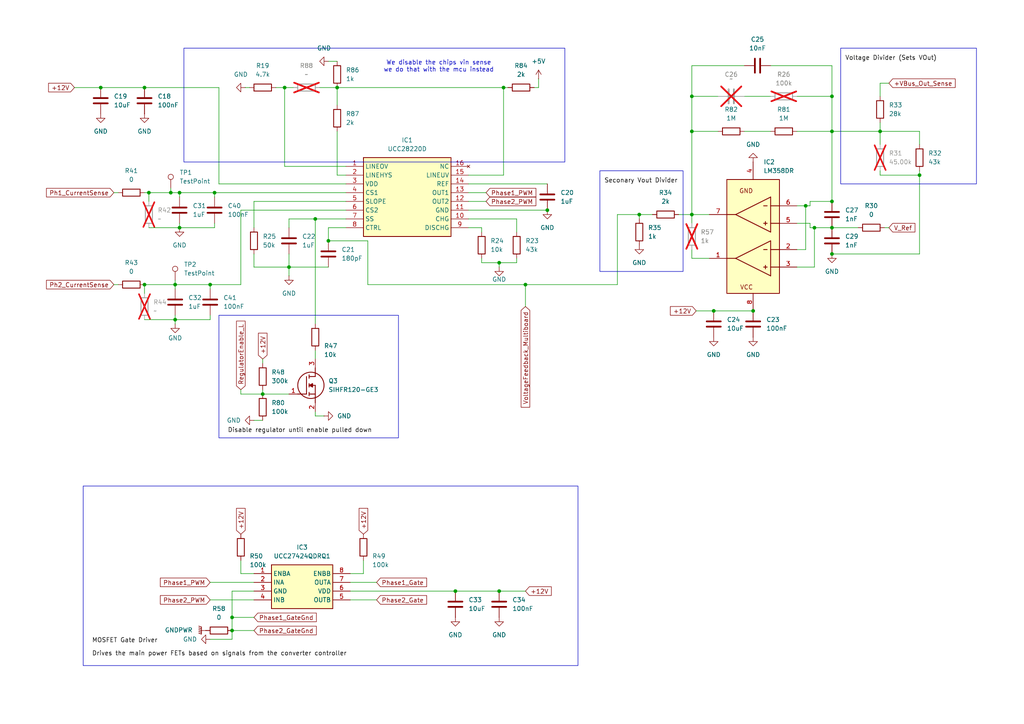
<source format=kicad_sch>
(kicad_sch (version 20250114) (generator "eeschema") (generator_version "9.0")
  (paper "A4")
  (title_block (title "5kw Modular Traction Inverter Boost Converter") (date "2025-02-02") (rev "1") (company "Rail Vehicle Traction Inverter") (comment 1 "UCSC") (comment 2 "Boost Converter Control and Gate Driver"))
  (lib_symbols
    (symbol "Connector:TestPoint" (pin_numbers (hide yes)) (pin_names (offset 0.762) (hide yes))
      (property "Reference" "TP" (at 0 6.858 0))
      (property "Value" "TestPoint" (at 0 5.08 0))
      (symbol "TestPoint_0_1"
        (circle (center 0 3.302) (radius 0.762))
      )
      (symbol "TestPoint_1_1"
        (pin passive line (at 0 0 90) (length 2.54) (name "1") (number "1"))
      )
    )
    (symbol "Device:C" (pin_numbers (hide yes)) (pin_names (offset 0.254))
      (property "Reference" "C" (at 0.635 2.54 0))
      (property "Value" "C" (at 0.635 -2.54 0))
      (symbol "C_0_1"
        (polyline (pts (xy -2.032 0.762) (xy 2.032 0.762)) (stroke (width 0.508)))
        (polyline (pts (xy -2.032 -0.762) (xy 2.032 -0.762)) (stroke (width 0.508)))
      )
      (symbol "C_1_1"
        (pin passive line (at 0 3.81 270) (length 2.794) (name "~") (number "1"))
        (pin passive line (at 0 -3.81 90) (length 2.794) (name "~") (number "2"))
      )
    )
    (symbol "Device:R" (pin_numbers (hide yes)) (pin_names (offset 0))
      (property "Reference" "R" (at 2.032 0 90))
      (property "Value" "R" (at 0 0 90))
      (symbol "R_0_1"
        (rectangle (start -1.016 -2.54) (end 1.016 2.54) (stroke (width 0.254)))
      )
      (symbol "R_1_1"
        (pin passive line (at 0 3.81 270) (length 1.27) (name "~") (number "1"))
        (pin passive line (at 0 -3.81 90) (length 1.27) (name "~") (number "2"))
      )
    )
    (symbol "InverterCom:LM358DR" (pin_names (hide yes))
      (property "Reference" "IC" (at 22.86 17.78 0))
      (property "Value" "LM358DR" (at 22.86 15.24 0))
      (symbol "LM358DR_1_1"
        (rectangle (start 5.08 7.62) (end 20.32 -25.4) (stroke (width 0.254)) (fill (type background)))
        (polyline (pts (xy 5.08 0) (xy 7.62 0)) (stroke (width 0.254)))
        (polyline (pts (xy 5.08 -5.08) (xy 7.62 -5.08)) (stroke (width 0.254)))
        (polyline (pts (xy 5.08 -12.7) (xy 7.62 -12.7)) (stroke (width 0.254)))
        (polyline (pts (xy 5.08 -17.78) (xy 7.62 -17.78)) (stroke (width 0.254)))
        (polyline (pts (xy 7.62 -7.62) (xy 7.62 2.54)) (stroke (width 0.254)))
        (polyline (pts (xy 7.62 -10.16) (xy 7.62 -20.32)) (stroke (width 0.254)))
        (polyline (pts (xy 8.636 0) (xy 9.652 0)) (stroke (width 0.254)))
        (polyline (pts (xy 8.636 -5.08) (xy 9.652 -5.08)) (stroke (width 0.254)))
        (polyline (pts (xy 8.636 -12.7) (xy 9.652 -12.7)) (stroke (width 0.254)))
        (polyline (pts (xy 8.636 -17.78) (xy 9.652 -17.78)) (stroke (width 0.254)))
        (polyline (pts (xy 9.144 -0.508) (xy 9.144 0.508)) (stroke (width 0.254)))
        (polyline (pts (xy 9.144 -12.192) (xy 9.144 -13.208)) (stroke (width 0.254)))
        (polyline (pts (xy 17.78 -2.54) (xy 7.62 2.54)) (stroke (width 0.254)))
        (polyline (pts (xy 17.78 -2.54) (xy 7.62 -7.62)) (stroke (width 0.254)))
        (polyline (pts (xy 17.78 -2.54) (xy 20.32 -2.54)) (stroke (width 0.254)))
        (polyline (pts (xy 17.78 -15.24) (xy 7.62 -10.16)) (stroke (width 0.254)))
        (polyline (pts (xy 17.78 -15.24) (xy 7.62 -20.32)) (stroke (width 0.254)))
        (polyline (pts (xy 17.78 -15.24) (xy 20.32 -15.24)) (stroke (width 0.254)))
        (text "VCC" (at 12.7 5.08 0) (effects (font (size 1.27 1.27)) (justify left top)))
        (text "GND" (at 12.7 -22.86 0) (effects (font (size 1.27 1.27)) (justify left top)))
        (pin passive line (at 0 0 0) (length 5.08) (name "IN1+") (number "3"))
        (pin passive line (at 0 -5.08 0) (length 5.08) (name "IN1-") (number "2"))
        (pin passive line (at 0 -12.7 0) (length 5.08) (name "IN2+") (number "5"))
        (pin passive line (at 0 -17.78 0) (length 5.08) (name "IN2-") (number "6"))
        (pin passive line (at 12.7 12.7 270) (length 5.08) (name "V+") (number "8"))
        (pin passive line (at 12.7 -30.48 90) (length 5.08) (name "V-") (number "4"))
        (pin passive line (at 25.4 -2.54 180) (length 5.08) (name "OUT1") (number "1"))
        (pin passive line (at 25.4 -15.24 180) (length 5.08) (name "OUT2") (number "7"))
      )
    )
    (symbol "InverterCom:SIHFR120-GE3" (pin_names (hide yes))
      (property "Reference" "Q" (at 11.43 3.81 0))
      (property "Value" "SIHFR120-GE3" (at 11.43 1.27 0))
      (symbol "SIHFR120-GE3_1_1"
        (polyline (pts (xy 2.54 0) (xy 5.08 0)) (stroke (width 0.254)))
        (polyline (pts (xy 5.08 5.08) (xy 5.08 0)) (stroke (width 0.254)))
        (polyline (pts (xy 5.842 5.588) (xy 5.842 4.572)) (stroke (width 0.254)))
        (polyline (pts (xy 5.842 2.54) (xy 6.858 3.048) (xy 6.858 2.032) (xy 5.842 2.54)) (stroke (width 0.254)) (fill (type outline)))
        (polyline (pts (xy 5.842 2.032) (xy 5.842 3.048)) (stroke (width 0.254)))
        (polyline (pts (xy 5.842 0) (xy 7.62 0)) (stroke (width 0.254)))
        (polyline (pts (xy 5.842 -0.508) (xy 5.842 0.508)) (stroke (width 0.254)))
        (circle (center 6.35 2.54) (radius 3.81) (stroke (width 0.254)))
        (polyline (pts (xy 7.62 5.08) (xy 5.842 5.08)) (stroke (width 0.254)))
        (polyline (pts (xy 7.62 5.08) (xy 7.62 7.62)) (stroke (width 0.254)))
        (polyline (pts (xy 7.62 2.54) (xy 5.842 2.54)) (stroke (width 0.254)))
        (polyline (pts (xy 7.62 2.54) (xy 7.62 -2.54)) (stroke (width 0.254)))
        (pin passive line (at 0 0 0) (length 2.54) (name "G") (number "1"))
        (pin passive line (at 7.62 10.16 270) (length 2.54) (name "D") (number "3"))
        (pin passive line (at 7.62 -5.08 90) (length 2.54) (name "S") (number "2"))
      )
    )
    (symbol "InverterCom:UCC27424QDRQ1"
      (property "Reference" "IC" (at 24.13 7.62 0))
      (property "Value" "UCC27424QDRQ1" (at 24.13 5.08 0))
      (symbol "UCC27424QDRQ1_1_1"
        (rectangle (start 5.08 2.54) (end 22.86 -10.16) (stroke (width 0.254)) (fill (type background)))
        (pin passive line (at 0 0 0) (length 5.08) (name "ENBA") (number "1"))
        (pin passive line (at 0 -2.54 0) (length 5.08) (name "INA") (number "2"))
        (pin passive line (at 0 -5.08 0) (length 5.08) (name "GND") (number "3"))
        (pin passive line (at 0 -7.62 0) (length 5.08) (name "INB") (number "4"))
        (pin passive line (at 27.94 0 180) (length 5.08) (name "ENBB") (number "8"))
        (pin passive line (at 27.94 -2.54 180) (length 5.08) (name "OUTA") (number "7"))
        (pin passive line (at 27.94 -5.08 180) (length 5.08) (name "VDD") (number "6"))
        (pin passive line (at 27.94 -7.62 180) (length 5.08) (name "OUTB") (number "5"))
      )
    )
    (symbol "InverterCom:UCC28220D"
      (property "Reference" "IC" (at 31.75 7.62 0))
      (property "Value" "UCC28220D" (at 31.75 5.08 0))
      (symbol "UCC28220D_1_1"
        (rectangle (start 5.08 2.54) (end 30.48 -20.32) (stroke (width 0.254)) (fill (type background)))
        (pin passive line (at 0 0 0) (length 5.08) (name "LINEOV") (number "1"))
        (pin passive line (at 0 -2.54 0) (length 5.08) (name "LINEHYS") (number "2"))
        (pin passive line (at 0 -5.08 0) (length 5.08) (name "VDD") (number "3"))
        (pin passive line (at 0 -7.62 0) (length 5.08) (name "CS1") (number "4"))
        (pin passive line (at 0 -10.16 0) (length 5.08) (name "SLOPE") (number "5"))
        (pin passive line (at 0 -12.7 0) (length 5.08) (name "CS2") (number "6"))
        (pin passive line (at 0 -15.24 0) (length 5.08) (name "SS") (number "7"))
        (pin passive line (at 0 -17.78 0) (length 5.08) (name "CTRL") (number "8"))
        (pin no_connect line (at 35.56 0 180) (length 5.08) (name "NC") (number "16"))
        (pin passive line (at 35.56 -2.54 180) (length 5.08) (name "LINEUV") (number "15"))
        (pin passive line (at 35.56 -5.08 180) (length 5.08) (name "REF") (number "14"))
        (pin passive line (at 35.56 -7.62 180) (length 5.08) (name "OUT1") (number "13"))
        (pin passive line (at 35.56 -10.16 180) (length 5.08) (name "OUT2") (number "12"))
        (pin passive line (at 35.56 -12.7 180) (length 5.08) (name "GND") (number "11"))
        (pin passive line (at 35.56 -15.24 180) (length 5.08) (name "CHG") (number "10"))
        (pin passive line (at 35.56 -17.78 180) (length 5.08) (name "DISCHG") (number "9"))
      )
    )
    (symbol "power:+5V" (power) (pin_numbers (hide yes)) (pin_names (offset 0) (hide yes))
      (property "Value" "+5V" (at 0 3.556 0))
      (symbol "+5V_0_1"
        (polyline (pts (xy -0.762 1.27) (xy 0 2.54)))
        (polyline (pts (xy 0 2.54) (xy 0.762 1.27)))
        (polyline (pts (xy 0 0) (xy 0 2.54)))
      )
      (symbol "+5V_1_1"
        (pin power_in line (at 0 0 90) (length 0) (name "~") (number "1"))
      )
    )
    (symbol "power:GND" (power) (pin_numbers (hide yes)) (pin_names (offset 0) (hide yes))
      (property "Value" "GND" (at 0 -3.81 0))
      (symbol "GND_0_1"
        (polyline (pts (xy 0 0) (xy 0 -1.27) (xy 1.27 -1.27) (xy 0 -2.54) (xy -1.27 -1.27) (xy 0 -1.27)))
      )
      (symbol "GND_1_1"
        (pin power_in line (at 0 0 270) (length 0) (name "~") (number "1"))
      )
    )
    (symbol "power:GNDPWR" (power) (pin_numbers (hide yes)) (pin_names (offset 0) (hide yes))
      (property "Value" "GNDPWR" (at 0 -3.302 0))
      (symbol "GNDPWR_0_1"
        (polyline (pts (xy -1.016 -1.27) (xy -1.27 -2.032) (xy -1.27 -2.032)) (stroke (width 0.2032)))
        (polyline (pts (xy -0.508 -1.27) (xy -0.762 -2.032) (xy -0.762 -2.032)) (stroke (width 0.2032)))
        (polyline (pts (xy 0 -1.27) (xy 0 0)))
        (polyline (pts (xy 0 -1.27) (xy -0.254 -2.032) (xy -0.254 -2.032)) (stroke (width 0.2032)))
        (polyline (pts (xy 0.508 -1.27) (xy 0.254 -2.032) (xy 0.254 -2.032)) (stroke (width 0.2032)))
        (polyline (pts (xy 1.016 -1.27) (xy -1.016 -1.27) (xy -1.016 -1.27)) (stroke (width 0.2032)))
        (polyline (pts (xy 1.016 -1.27) (xy 0.762 -2.032) (xy 0.762 -2.032) (xy 0.762 -2.032)) (stroke (width 0.2032)))
      )
      (symbol "GNDPWR_1_1"
        (pin power_in line (at 0 0 270) (length 0) (name "~") (number "1"))
      )
    )
  )
  (rectangle (start 53.34 13.97) (end 163.83 46.99))
  (rectangle (start 173.99 49.53) (end 198.12 78.74))
  (rectangle (start 243.84 13.97) (end 283.21 53.34))
  (rectangle (start 24.13 140.97) (end 167.64 193.04))
  (rectangle (start 63.5 91.44) (end 115.57 127))
  (text "We disable the chips vin sense\nwe do that with the mcu instead" (at 127.254 19.304 0) (effects (font (size 1.27 1.27))))
  (junction (at 185.42 62.23))
  (junction (at 29.21 25.4))
  (junction (at 82.55 25.4))
  (junction (at 41.91 25.4))
  (junction (at 266.7 50.8))
  (junction (at 152.4 82.55))
  (junction (at 132.08 171.45))
  (junction (at 236.22 66.04))
  (junction (at 52.07 66.04))
  (junction (at 50.8 82.55))
  (junction (at 67.31 179.07))
  (junction (at 41.91 82.55))
  (junction (at 83.82 77.47))
  (junction (at 241.3 73.66))
  (junction (at 50.8 92.71))
  (junction (at 218.44 90.17))
  (junction (at 49.53 55.88))
  (junction (at 144.78 76.2))
  (junction (at 144.78 171.45))
  (junction (at 146.05 25.4))
  (junction (at 200.66 38.1))
  (junction (at 241.3 38.1))
  (junction (at 233.68 59.69))
  (junction (at 62.23 55.88))
  (junction (at 158.75 60.96))
  (junction (at 60.96 82.55))
  (junction (at 255.27 38.1))
  (junction (at 200.66 62.23))
  (junction (at 241.3 66.04))
  (junction (at 67.31 182.88))
  (junction (at 76.2 114.3))
  (junction (at 241.3 58.42))
  (junction (at 207.01 90.17))
  (junction (at 91.44 63.5))
  (junction (at 97.79 25.4))
  (junction (at 43.18 55.88))
  (junction (at 95.25 69.85))
  (junction (at 241.3 27.94))
  (junction (at 200.66 27.94))
  (junction (at 52.07 55.88))
  (wire (pts (xy 41.91 92.71) (xy 50.8 92.71)))
  (wire (pts (xy 233.68 72.39) (xy 233.68 59.69)))
  (wire (pts (xy 52.07 55.88) (xy 62.23 55.88)))
  (wire (pts (xy 200.66 19.05) (xy 215.9 19.05)))
  (wire (pts (xy 266.7 50.8) (xy 255.27 50.8)))
  (wire (pts (xy 231.14 64.77) (xy 234.95 64.77)))
  (wire (pts (xy 83.82 63.5) (xy 91.44 63.5)))
  (wire (pts (xy 266.7 41.91) (xy 266.7 38.1)))
  (wire (pts (xy 95.25 17.78) (xy 97.79 17.78)))
  (wire (pts (xy 33.02 82.55) (xy 34.29 82.55)))
  (wire (pts (xy 95.25 66.04) (xy 100.33 66.04)))
  (wire (pts (xy 256.54 66.04) (xy 257.81 66.04)))
  (wire (pts (xy 100.33 58.42) (xy 73.66 58.42)))
  (wire (pts (xy 179.07 62.23) (xy 185.42 62.23)))
  (wire (pts (xy 200.66 27.94) (xy 200.66 38.1)))
  (wire (pts (xy 135.89 63.5) (xy 149.86 63.5)))
  (wire (pts (xy 41.91 82.55) (xy 41.91 85.09)))
  (wire (pts (xy 62.23 55.88) (xy 100.33 55.88)))
  (wire (pts (xy 257.81 24.13) (xy 255.27 24.13)))
  (wire (pts (xy 82.55 48.26) (xy 82.55 25.4)))
  (wire (pts (xy 100.33 48.26) (xy 82.55 48.26)))
  (wire (pts (xy 67.31 185.42) (xy 67.31 182.88)))
  (wire (pts (xy 139.7 67.31) (xy 139.7 66.04)))
  (wire (pts (xy 67.31 179.07) (xy 67.31 182.88)))
  (wire (pts (xy 60.96 82.55) (xy 69.85 82.55)))
  (wire (pts (xy 50.8 82.55) (xy 60.96 82.55)))
  (wire (pts (xy 205.74 74.93) (xy 200.66 74.93)))
  (wire (pts (xy 60.96 92.71) (xy 60.96 91.44)))
  (wire (pts (xy 49.53 55.88) (xy 52.07 55.88)))
  (wire (pts (xy 97.79 38.1) (xy 97.79 50.8)))
  (wire (pts (xy 156.21 25.4) (xy 154.94 25.4)))
  (wire (pts (xy 144.78 171.45) (xy 152.4 171.45)))
  (wire (pts (xy 231.14 72.39) (xy 233.68 72.39)))
  (wire (pts (xy 152.4 82.55) (xy 179.07 82.55)))
  (wire (pts (xy 106.68 82.55) (xy 152.4 82.55)))
  (wire (pts (xy 33.02 55.88) (xy 34.29 55.88)))
  (wire (pts (xy 135.89 53.34) (xy 158.75 53.34)))
  (wire (pts (xy 100.33 60.96) (xy 69.85 60.96)))
  (wire (pts (xy 50.8 83.82) (xy 50.8 82.55)))
  (wire (pts (xy 95.25 66.04) (xy 95.25 69.85)))
  (wire (pts (xy 135.89 50.8) (xy 146.05 50.8)))
  (wire (pts (xy 200.66 38.1) (xy 208.28 38.1)))
  (wire (pts (xy 83.82 77.47) (xy 83.82 80.01)))
  (wire (pts (xy 63.5 25.4) (xy 41.91 25.4)))
  (wire (pts (xy 144.78 77.47) (xy 144.78 76.2)))
  (wire (pts (xy 91.44 101.6) (xy 91.44 104.14)))
  (wire (pts (xy 105.41 166.37) (xy 101.6 166.37)))
  (wire (pts (xy 63.5 53.34) (xy 100.33 53.34)))
  (wire (pts (xy 135.89 58.42) (xy 140.97 58.42)))
  (wire (pts (xy 50.8 92.71) (xy 60.96 92.71)))
  (wire (pts (xy 95.25 69.85) (xy 106.68 69.85)))
  (wire (pts (xy 97.79 25.4) (xy 146.05 25.4)))
  (wire (pts (xy 93.98 120.65) (xy 91.44 120.65)))
  (wire (pts (xy 205.74 62.23) (xy 200.66 62.23)))
  (wire (pts (xy 73.66 77.47) (xy 83.82 77.47)))
  (wire (pts (xy 69.85 113.03) (xy 69.85 114.3)))
  (wire (pts (xy 266.7 49.53) (xy 266.7 50.8)))
  (wire (pts (xy 41.91 82.55) (xy 50.8 82.55)))
  (wire (pts (xy 76.2 114.3) (xy 76.2 113.03)))
  (wire (pts (xy 241.3 73.66) (xy 266.7 73.66)))
  (wire (pts (xy 67.31 171.45) (xy 67.31 179.07)))
  (wire (pts (xy 83.82 114.3) (xy 76.2 114.3)))
  (wire (pts (xy 241.3 19.05) (xy 241.3 27.94)))
  (wire (pts (xy 200.66 64.77) (xy 200.66 62.23)))
  (wire (pts (xy 233.68 59.69) (xy 231.14 59.69)))
  (wire (pts (xy 135.89 66.04) (xy 139.7 66.04)))
  (wire (pts (xy 156.21 22.86) (xy 156.21 25.4)))
  (wire (pts (xy 234.95 59.69) (xy 234.95 58.42)))
  (wire (pts (xy 60.96 168.91) (xy 73.66 168.91)))
  (wire (pts (xy 92.71 25.4) (xy 97.79 25.4)))
  (wire (pts (xy 106.68 69.85) (xy 106.68 82.55)))
  (wire (pts (xy 149.86 76.2) (xy 149.86 74.93)))
  (wire (pts (xy 71.12 25.4) (xy 72.39 25.4)))
  (wire (pts (xy 82.55 25.4) (xy 85.09 25.4)))
  (wire (pts (xy 41.91 55.88) (xy 43.18 55.88)))
  (wire (pts (xy 241.3 66.04) (xy 248.92 66.04)))
  (wire (pts (xy 146.05 25.4) (xy 147.32 25.4)))
  (wire (pts (xy 266.7 38.1) (xy 255.27 38.1)))
  (wire (pts (xy 255.27 24.13) (xy 255.27 27.94)))
  (wire (pts (xy 69.85 162.56) (xy 69.85 166.37)))
  (wire (pts (xy 62.23 64.77) (xy 62.23 66.04)))
  (wire (pts (xy 63.5 53.34) (xy 63.5 25.4)))
  (wire (pts (xy 231.14 27.94) (xy 241.3 27.94)))
  (wire (pts (xy 82.55 25.4) (xy 80.01 25.4)))
  (wire (pts (xy 50.8 81.28) (xy 50.8 82.55)))
  (wire (pts (xy 43.18 66.04) (xy 52.07 66.04)))
  (wire (pts (xy 234.95 66.04) (xy 236.22 66.04)))
  (wire (pts (xy 207.01 90.17) (xy 218.44 90.17)))
  (wire (pts (xy 29.21 25.4) (xy 41.91 25.4)))
  (wire (pts (xy 83.82 63.5) (xy 83.82 66.04)))
  (wire (pts (xy 60.96 185.42) (xy 67.31 185.42)))
  (wire (pts (xy 91.44 63.5) (xy 91.44 93.98)))
  (wire (pts (xy 234.95 58.42) (xy 241.3 58.42)))
  (wire (pts (xy 83.82 73.66) (xy 83.82 77.47)))
  (wire (pts (xy 52.07 66.04) (xy 62.23 66.04)))
  (wire (pts (xy 67.31 182.88) (xy 73.66 182.88)))
  (wire (pts (xy 101.6 173.99) (xy 109.22 173.99)))
  (wire (pts (xy 97.79 30.48) (xy 97.79 25.4)))
  (wire (pts (xy 200.66 27.94) (xy 200.66 19.05)))
  (wire (pts (xy 139.7 76.2) (xy 144.78 76.2)))
  (wire (pts (xy 236.22 77.47) (xy 236.22 66.04)))
  (wire (pts (xy 185.42 63.5) (xy 185.42 62.23)))
  (wire (pts (xy 101.6 171.45) (xy 132.08 171.45)))
  (wire (pts (xy 241.3 38.1) (xy 255.27 38.1)))
  (wire (pts (xy 73.66 58.42) (xy 73.66 66.04)))
  (wire (pts (xy 146.05 25.4) (xy 146.05 50.8)))
  (wire (pts (xy 43.18 55.88) (xy 49.53 55.88)))
  (wire (pts (xy 73.66 121.92) (xy 76.2 121.92)))
  (wire (pts (xy 43.18 58.42) (xy 43.18 55.88)))
  (wire (pts (xy 69.85 60.96) (xy 69.85 82.55)))
  (wire (pts (xy 50.8 93.98) (xy 50.8 92.71)))
  (wire (pts (xy 135.89 60.96) (xy 158.75 60.96)))
  (wire (pts (xy 255.27 49.53) (xy 255.27 50.8)))
  (wire (pts (xy 255.27 38.1) (xy 255.27 41.91)))
  (wire (pts (xy 231.14 77.47) (xy 236.22 77.47)))
  (wire (pts (xy 132.08 171.45) (xy 144.78 171.45)))
  (wire (pts (xy 241.3 38.1) (xy 241.3 58.42)))
  (wire (pts (xy 241.3 27.94) (xy 241.3 38.1)))
  (wire (pts (xy 200.66 27.94) (xy 208.28 27.94)))
  (wire (pts (xy 105.41 162.56) (xy 105.41 166.37)))
  (wire (pts (xy 201.93 90.17) (xy 207.01 90.17)))
  (wire (pts (xy 69.85 114.3) (xy 76.2 114.3)))
  (wire (pts (xy 152.4 82.55) (xy 152.4 88.9)))
  (wire (pts (xy 200.66 38.1) (xy 200.66 62.23)))
  (wire (pts (xy 223.52 19.05) (xy 241.3 19.05)))
  (wire (pts (xy 60.96 82.55) (xy 60.96 83.82)))
  (wire (pts (xy 101.6 168.91) (xy 109.22 168.91)))
  (wire (pts (xy 179.07 82.55) (xy 179.07 62.23)))
  (wire (pts (xy 52.07 57.15) (xy 52.07 55.88)))
  (wire (pts (xy 67.31 171.45) (xy 73.66 171.45)))
  (wire (pts (xy 73.66 73.66) (xy 73.66 77.47)))
  (wire (pts (xy 234.95 64.77) (xy 234.95 66.04)))
  (wire (pts (xy 200.66 74.93) (xy 200.66 72.39)))
  (wire (pts (xy 97.79 50.8) (xy 100.33 50.8)))
  (wire (pts (xy 236.22 66.04) (xy 241.3 66.04)))
  (wire (pts (xy 135.89 55.88) (xy 140.97 55.88)))
  (wire (pts (xy 91.44 120.65) (xy 91.44 119.38)))
  (wire (pts (xy 60.96 173.99) (xy 73.66 173.99)))
  (wire (pts (xy 52.07 64.77) (xy 52.07 66.04)))
  (wire (pts (xy 50.8 92.71) (xy 50.8 91.44)))
  (wire (pts (xy 196.85 62.23) (xy 200.66 62.23)))
  (wire (pts (xy 73.66 166.37) (xy 69.85 166.37)))
  (wire (pts (xy 91.44 63.5) (xy 100.33 63.5)))
  (wire (pts (xy 67.31 179.07) (xy 73.66 179.07)))
  (wire (pts (xy 62.23 55.88) (xy 62.23 57.15)))
  (wire (pts (xy 144.78 76.2) (xy 149.86 76.2)))
  (wire (pts (xy 231.14 38.1) (xy 241.3 38.1)))
  (wire (pts (xy 83.82 77.47) (xy 95.25 77.47)))
  (wire (pts (xy 149.86 63.5) (xy 149.86 67.31)))
  (wire (pts (xy 49.53 54.61) (xy 49.53 55.88)))
  (wire (pts (xy 139.7 76.2) (xy 139.7 74.93)))
  (wire (pts (xy 215.9 27.94) (xy 223.52 27.94)))
  (wire (pts (xy 215.9 38.1) (xy 223.52 38.1)))
  (wire (pts (xy 185.42 62.23) (xy 189.23 62.23)))
  (wire (pts (xy 76.2 104.14) (xy 76.2 105.41)))
  (wire (pts (xy 234.95 59.69) (xy 233.68 59.69)))
  (wire (pts (xy 266.7 50.8) (xy 266.7 73.66)))
  (wire (pts (xy 255.27 35.56) (xy 255.27 38.1)))
  (wire (pts (xy 21.59 25.4) (xy 29.21 25.4)))
  (label "Drives the main power FETs based on signals from the converter controller" (at 26.67 190.5 0))
  (label "Seconary Vout Divider" (at 175.26 53.34 0))
  (label "MOSFET Gate Driver" (at 26.67 186.69 0))
  (label "Voltage Divider (Sets VOut)" (at 245.11 17.78 0))
  (label "Disable regulator until enable pulled down" (at 66.04 125.73 0))
  (global_label "+12V" (shape input) (at 21.59 25.4 180) (property "Intersheetrefs" "${INTERSHEET_REFS}" (effects (hide yes))))
  (global_label "V_Ref" (shape input) (at 257.81 66.04 0) (property "Intersheetrefs" "${INTERSHEET_REFS}" (effects (hide yes))))
  (global_label "Ph2_CurrentSense" (shape input) (at 33.02 82.55 180) (property "Intersheetrefs" "${INTERSHEET_REFS}" (effects (hide yes))))
  (global_label "VoltageFeedback_Multiboard" (shape input) (at 152.4 88.9 270) (property "Intersheetrefs" "${INTERSHEET_REFS}" (effects (hide yes))))
  (global_label "Phase1_Gate" (shape input) (at 109.22 168.91 0) (property "Intersheetrefs" "${INTERSHEET_REFS}" (effects (hide yes))))
  (global_label "Phase2_GateGnd" (shape input) (at 73.66 182.88 0) (property "Intersheetrefs" "${INTERSHEET_REFS}" (effects (hide yes))))
  (global_label "Phase1_GateGnd" (shape input) (at 73.66 179.07 0) (property "Intersheetrefs" "${INTERSHEET_REFS}" (effects (hide yes))))
  (global_label "Phase2_Gate" (shape input) (at 109.22 173.99 0) (property "Intersheetrefs" "${INTERSHEET_REFS}" (effects (hide yes))))
  (global_label "+12V" (shape input) (at 76.2 104.14 90) (property "Intersheetrefs" "${INTERSHEET_REFS}" (effects (hide yes))))
  (global_label "+12V" (shape input) (at 201.93 90.17 180) (property "Intersheetrefs" "${INTERSHEET_REFS}" (effects (hide yes))))
  (global_label "+12V" (shape input) (at 152.4 171.45 0) (property "Intersheetrefs" "${INTERSHEET_REFS}" (effects (hide yes))))
  (global_label "RegulatorEnable_L" (shape input) (at 69.85 113.03 90) (property "Intersheetrefs" "${INTERSHEET_REFS}" (effects (hide yes))))
  (global_label "Phase1_PWM" (shape input) (at 140.97 55.88 0) (property "Intersheetrefs" "${INTERSHEET_REFS}" (effects (hide yes))))
  (global_label "Ph1_CurrentSense" (shape input) (at 33.02 55.88 180) (property "Intersheetrefs" "${INTERSHEET_REFS}" (effects (hide yes))))
  (global_label "+VBus_Out_Sense" (shape input) (at 257.81 24.13 0) (property "Intersheetrefs" "${INTERSHEET_REFS}" (effects (hide yes))))
  (global_label "Phase2_PWM" (shape input) (at 60.96 173.99 180) (property "Intersheetrefs" "${INTERSHEET_REFS}" (effects (hide yes))))
  (global_label "+12V" (shape input) (at 105.41 154.94 90) (property "Intersheetrefs" "${INTERSHEET_REFS}" (effects (hide yes))))
  (global_label "Phase2_PWM" (shape input) (at 140.97 58.42 0) (property "Intersheetrefs" "${INTERSHEET_REFS}" (effects (hide yes))))
  (global_label "Phase1_PWM" (shape input) (at 60.96 168.91 180) (property "Intersheetrefs" "${INTERSHEET_REFS}" (effects (hide yes))))
  (global_label "+12V" (shape input) (at 69.85 154.94 90) (property "Intersheetrefs" "${INTERSHEET_REFS}" (effects (hide yes))))
  (symbol (lib_id "power:GND") (at 93.98 120.65 90) (unit 1)
    (property "Reference" "#PWR036" (effects (hide yes)))
    (property "Value" "GND" (at 97.79 120.6499 90) (effects (justify right)))
    (property "Description" "Power symbol creates a global label with name \"GND\" , ground" (effects (hide yes)))
  )
  (symbol (lib_id "Device:R") (at 88.9 25.4 270) (unit 1) (dnp yes)
    (property "Reference" "R88" (at 88.9 19.05 90))
    (property "Value" "~" (at 88.9 21.59 90))
    (property "Footprint" "Resistor_SMD:R_1210_3225Metric_Pad1.30x2.65mm_HandSolder" (effects (hide yes)))
    (property "Description" "Resistor" (effects (hide yes)))
  )
  (symbol (lib_id "Device:C") (at 212.09 27.94 90) (unit 1) (dnp yes)
    (property "Reference" "C26" (at 212.09 21.59 90))
    (property "Value" "~" (at 212.09 22.86 90))
    (property "Footprint" "Capacitor_SMD:C_1210_3225Metric_Pad1.33x2.70mm_HandSolder" (effects (hide yes)))
    (property "Description" "Unpolarized capacitor" (effects (hide yes)))
  )
  (symbol (lib_id "power:GND") (at 144.78 179.07 0) (unit 1)
    (property "Reference" "#PWR038" (effects (hide yes)))
    (property "Value" "GND" (at 144.78 184.15 0))
    (property "Description" "Power symbol creates a global label with name \"GND\" , ground" (effects (hide yes)))
  )
  (symbol (lib_id "Device:C") (at 218.44 93.98 0) (unit 1)
    (property "Reference" "C23" (at 222.25 92.7099 0) (effects (justify left)))
    (property "Value" "100nF" (at 222.25 95.2499 0) (effects (justify left)))
    (property "Footprint" "Capacitor_SMD:C_1210_3225Metric_Pad1.33x2.70mm_HandSolder" (effects (hide yes)))
    (property "Description" "Unpolarized capacitor" (effects (hide yes)))
  )
  (symbol (lib_id "Device:C") (at 158.75 57.15 0) (unit 1)
    (property "Reference" "C20" (at 162.56 55.8799 0) (effects (justify left)))
    (property "Value" "1uF" (at 162.56 58.4199 0) (effects (justify left)))
    (property "Footprint" "Capacitor_SMD:C_1210_3225Metric_Pad1.33x2.70mm_HandSolder" (effects (hide yes)))
    (property "Description" "Unpolarized capacitor" (effects (hide yes)))
  )
  (symbol (lib_id "Device:R") (at 76.2 118.11 180) (unit 1)
    (property "Reference" "R80" (at 78.74 116.8399 0) (effects (justify right)))
    (property "Value" "100k" (at 78.74 119.3799 0) (effects (justify right)))
    (property "Footprint" "Resistor_SMD:R_1210_3225Metric_Pad1.30x2.65mm_HandSolder" (effects (hide yes)))
    (property "Description" "Resistor" (effects (hide yes)))
  )
  (symbol (lib_id "power:GNDPWR") (at 59.69 182.88 270) (unit 1)
    (property "Reference" "#PWR011" (effects (hide yes)))
    (property "Value" "GNDPWR" (at 55.88 182.7529 90) (effects (justify right)))
    (property "Description" "Power symbol creates a global label with name \"GNDPWR\" , global ground" (effects (hide yes)))
  )
  (symbol (lib_id "Device:R") (at 73.66 69.85 0) (unit 1)
    (property "Reference" "R25" (at 76.2 68.5799 0) (effects (justify left)))
    (property "Value" "50k" (at 76.2 71.1199 0) (effects (justify left)))
    (property "Footprint" "Resistor_SMD:R_1210_3225Metric_Pad1.30x2.65mm_HandSolder" (effects (hide yes)))
    (property "Description" "Resistor" (effects (hide yes)))
  )
  (symbol (lib_id "Device:R") (at 252.73 66.04 90) (unit 1)
    (property "Reference" "R30" (at 252.73 59.69 90))
    (property "Value" "0" (at 252.73 62.23 90))
    (property "Footprint" "Resistor_SMD:R_1210_3225Metric_Pad1.30x2.65mm_HandSolder" (effects (hide yes)))
    (property "Description" "Resistor" (effects (hide yes)))
  )
  (symbol (lib_id "Device:R") (at 227.33 27.94 90) (unit 1) (dnp yes)
    (property "Reference" "R26" (at 227.33 21.59 90))
    (property "Value" "100k" (at 227.33 24.13 90))
    (property "Footprint" "Resistor_SMD:R_1210_3225Metric_Pad1.30x2.65mm_HandSolder" (effects (hide yes)))
    (property "Description" "Resistor" (effects (hide yes)))
  )
  (symbol (lib_id "power:GND") (at 132.08 179.07 0) (unit 1)
    (property "Reference" "#PWR037" (effects (hide yes)))
    (property "Value" "GND" (at 132.08 184.15 0))
    (property "Description" "Power symbol creates a global label with name \"GND\" , ground" (effects (hide yes)))
  )
  (symbol (lib_id "power:GND") (at 158.75 60.96 0) (unit 1)
    (property "Reference" "#PWR026" (effects (hide yes)))
    (property "Value" "GND" (at 158.75 66.04 0))
    (property "Description" "Power symbol creates a global label with name \"GND\" , ground" (effects (hide yes)))
  )
  (symbol (lib_id "Device:R") (at 76.2 25.4 90) (unit 1)
    (property "Reference" "R19" (at 76.2 19.05 90))
    (property "Value" "4.7k" (at 76.2 21.59 90))
    (property "Footprint" "Resistor_SMD:R_1210_3225Metric_Pad1.30x2.65mm_HandSolder" (effects (hide yes)))
    (property "Description" "Resistor" (effects (hide yes)))
  )
  (symbol (lib_id "Device:R") (at 151.13 25.4 90) (unit 1)
    (property "Reference" "R84" (at 151.13 19.05 90))
    (property "Value" "2k" (at 151.13 21.59 90))
    (property "Footprint" "Resistor_SMD:R_1210_3225Metric_Pad1.30x2.65mm_HandSolder" (effects (hide yes)))
    (property "Description" "Resistor" (effects (hide yes)))
  )
  (symbol (lib_id "Device:R") (at 105.41 158.75 180) (unit 1)
    (property "Reference" "R49" (at 107.95 161.2899 0) (effects (justify right)))
    (property "Value" "100k" (at 107.95 163.8299 0) (effects (justify right)))
    (property "Footprint" "Resistor_SMD:R_1210_3225Metric_Pad1.30x2.65mm_HandSolder" (effects (hide yes)))
    (property "Description" "Resistor" (effects (hide yes)))
  )
  (symbol (lib_id "power:GND") (at 29.21 33.02 0) (unit 1)
    (property "Reference" "#PWR024" (effects (hide yes)))
    (property "Value" "GND" (at 29.21 38.1 0))
    (property "Description" "Power symbol creates a global label with name \"GND\" , ground" (effects (hide yes)))
  )
  (symbol (lib_id "Device:R") (at 255.27 31.75 180) (unit 1)
    (property "Reference" "R33" (at 257.81 30.4799 0) (effects (justify right)))
    (property "Value" "28k" (at 257.81 33.0199 0) (effects (justify right)))
    (property "Footprint" "Resistor_SMD:R_1210_3225Metric_Pad1.30x2.65mm_HandSolder" (effects (hide yes)))
    (property "Description" "Resistor" (effects (hide yes)))
  )
  (symbol (lib_id "power:GND") (at 60.96 185.42 270) (unit 1)
    (property "Reference" "#PWR039" (effects (hide yes)))
    (property "Value" "GND" (at 57.15 185.4199 90) (effects (justify right)))
    (property "Description" "Power symbol creates a global label with name \"GND\" , ground" (effects (hide yes)))
  )
  (symbol (lib_id "Device:R") (at 212.09 38.1 90) (unit 1)
    (property "Reference" "R82" (at 212.09 31.75 90))
    (property "Value" "1M" (at 212.09 34.29 90))
    (property "Footprint" "Resistor_SMD:R_1210_3225Metric_Pad1.30x2.65mm_HandSolder" (effects (hide yes)))
    (property "Description" "Resistor" (effects (hide yes)))
  )
  (symbol (lib_id "power:GND") (at 52.07 66.04 0) (unit 1)
    (property "Reference" "#PWR095" (effects (hide yes)))
    (property "Value" "GND" (at 52.07 71.12 0))
    (property "Description" "Power symbol creates a global label with name \"GND\" , ground" (effects (hide yes)))
  )
  (symbol (lib_id "Device:R") (at 91.44 97.79 180) (unit 1)
    (property "Reference" "R47" (at 93.98 100.3299 0) (effects (justify right)))
    (property "Value" "10k" (at 93.98 102.8699 0) (effects (justify right)))
    (property "Footprint" "Resistor_SMD:R_1210_3225Metric_Pad1.30x2.65mm_HandSolder" (effects (hide yes)))
    (property "Description" "Resistor" (effects (hide yes)))
  )
  (symbol (lib_id "Device:R") (at 139.7 71.12 0) (unit 1)
    (property "Reference" "R24" (at 142.24 69.8499 0) (effects (justify left)))
    (property "Value" "10k" (at 142.24 72.3899 0) (effects (justify left)))
    (property "Footprint" "Resistor_SMD:R_1210_3225Metric_Pad1.30x2.65mm_HandSolder" (effects (hide yes)))
    (property "Description" "Resistor" (effects (hide yes)))
  )
  (symbol (lib_id "Device:C") (at 241.3 69.85 180) (unit 1)
    (property "Reference" "C29" (at 245.11 68.5799 0) (effects (justify right)))
    (property "Value" "1nF" (at 245.11 71.1199 0) (effects (justify right)))
    (property "Footprint" "Capacitor_SMD:C_1210_3225Metric_Pad1.33x2.70mm_HandSolder" (effects (hide yes)))
    (property "Description" "Unpolarized capacitor" (effects (hide yes)))
  )
  (symbol (lib_id "power:GND") (at 71.12 25.4 270) (unit 1)
    (property "Reference" "#PWR023" (effects (hide yes)))
    (property "Value" "GND" (at 69.85 21.59 90))
    (property "Description" "Power symbol creates a global label with name \"GND\" , ground" (effects (hide yes)))
  )
  (symbol (lib_id "Device:R") (at 200.66 68.58 180) (unit 1) (dnp yes)
    (property "Reference" "R57" (at 203.2 67.3099 0) (effects (justify right)))
    (property "Value" "1k" (at 203.2 69.8499 0) (effects (justify right)))
    (property "Footprint" "Resistor_SMD:R_1210_3225Metric_Pad1.30x2.65mm_HandSolder" (effects (hide yes)))
    (property "Description" "Resistor" (effects (hide yes)))
  )
  (symbol (lib_id "InverterCom:SIHFR120-GE3") (at 83.82 114.3 0) (unit 1)
    (property "Reference" "Q3" (at 95.25 110.4899 0) (effects (justify left)))
    (property "Value" "SIHFR120-GE3" (at 95.25 113.0299 0) (effects (justify left)))
    (property "Footprint" "InverterCom:SIHFR120GE3" (effects (hide yes)))
    (property "Datasheet" "https://www.mouser.in/datasheet/2/427/91266-1768752.pdf" (effects (hide yes)))
    (property "Description" "MOSFET 100V N-CH" (effects (hide yes)))
    (property "Height" "2.38" (effects (hide yes)))
    (property "Mouser Part Number" "78-SIHFR120-GE3" (effects (hide yes)))
    (property "Mouser Price/Stock" "https://www.mouser.co.uk/ProductDetail/Vishay-Siliconix/SIHFR120-GE3?qs=FfLXECYddQTykmVhSg2%2FTQ%3D%3D" (effects (hide yes)))
    (property "Manufacturer_Name" "Vishay" (effects (hide yes)))
    (property "Manufacturer_Part_Number" "SIHFR120-GE3" (effects (hide yes)))
  )
  (symbol (lib_id "Device:C") (at 83.82 69.85 0) (unit 1)
    (property "Reference" "C22" (at 87.63 68.5799 0) (effects (justify left)))
    (property "Value" "1uF" (at 87.63 71.1199 0) (effects (justify left)))
    (property "Footprint" "Capacitor_SMD:C_1210_3225Metric_Pad1.33x2.70mm_HandSolder" (effects (hide yes)))
    (property "Description" "Unpolarized capacitor" (effects (hide yes)))
  )
  (symbol (lib_id "Device:R") (at 69.85 158.75 180) (unit 1)
    (property "Reference" "R50" (at 72.39 161.2899 0) (effects (justify right)))
    (property "Value" "100k" (at 72.39 163.8299 0) (effects (justify right)))
    (property "Footprint" "Resistor_SMD:R_1210_3225Metric_Pad1.30x2.65mm_HandSolder" (effects (hide yes)))
    (property "Description" "Resistor" (effects (hide yes)))
  )
  (symbol (lib_id "power:GND") (at 185.42 71.12 0) (unit 1)
    (property "Reference" "#PWR033" (effects (hide yes)))
    (property "Value" "GND" (at 185.42 76.2 0))
    (property "Description" "Power symbol creates a global label with name \"GND\" , ground" (effects (hide yes)))
  )
  (symbol (lib_id "Device:R") (at 149.86 71.12 0) (unit 1)
    (property "Reference" "R23" (at 152.4 69.8499 0) (effects (justify left)))
    (property "Value" "43k" (at 152.4 72.3899 0) (effects (justify left)))
    (property "Footprint" "Resistor_SMD:R_1210_3225Metric_Pad1.30x2.65mm_HandSolder" (effects (hide yes)))
    (property "Description" "Resistor" (effects (hide yes)))
  )
  (symbol (lib_id "Device:R") (at 185.42 67.31 180) (unit 1)
    (property "Reference" "R35" (at 187.96 66.0399 0) (effects (justify right)))
    (property "Value" "1k" (at 187.96 68.5799 0) (effects (justify right)))
    (property "Footprint" "Resistor_SMD:R_1210_3225Metric_Pad1.30x2.65mm_HandSolder" (effects (hide yes)))
    (property "Description" "Resistor" (effects (hide yes)))
  )
  (symbol (lib_id "Device:R") (at 227.33 38.1 90) (unit 1)
    (property "Reference" "R81" (at 227.33 31.75 90))
    (property "Value" "1M" (at 227.33 34.29 90))
    (property "Footprint" "Resistor_SMD:R_1210_3225Metric_Pad1.30x2.65mm_HandSolder" (effects (hide yes)))
    (property "Description" "Resistor" (effects (hide yes)))
  )
  (symbol (lib_id "Device:C") (at 95.25 73.66 0) (unit 1)
    (property "Reference" "C21" (at 99.06 72.3899 0) (effects (justify left)))
    (property "Value" "180pF" (at 99.06 74.9299 0) (effects (justify left)))
    (property "Footprint" "Capacitor_SMD:C_1210_3225Metric_Pad1.33x2.70mm_HandSolder" (effects (hide yes)))
    (property "Description" "Unpolarized capacitor" (effects (hide yes)))
  )
  (symbol (lib_id "Device:R") (at 43.18 62.23 180) (unit 1) (dnp yes)
    (property "Reference" "R42" (at 45.72 60.9599 0) (effects (justify right)))
    (property "Value" "~" (at 45.72 63.4999 0) (effects (justify right)))
    (property "Footprint" "Resistor_SMD:R_1210_3225Metric_Pad1.30x2.65mm_HandSolder" (effects (hide yes)))
    (property "Description" "Resistor" (effects (hide yes)))
  )
  (symbol (lib_id "power:GND") (at 73.66 121.92 270) (unit 1)
    (property "Reference" "#PWR012" (effects (hide yes)))
    (property "Value" "GND" (at 69.85 121.9199 90) (effects (justify right)))
    (property "Description" "Power symbol creates a global label with name \"GND\" , ground" (effects (hide yes)))
  )
  (symbol (lib_id "Connector:TestPoint") (at 49.53 54.61 0) (unit 1)
    (property "Reference" "TP1" (at 52.07 50.0379 0) (effects (justify left)))
    (property "Value" "TestPoint" (at 52.07 52.5779 0) (effects (justify left)))
    (property "Footprint" "TestPoint:TestPoint_Pad_3.0x3.0mm" (effects (hide yes)))
    (property "Description" "test point" (effects (hide yes)))
  )
  (symbol (lib_id "InverterCom:LM358DR") (at 231.14 77.47 180) (unit 1)
    (property "Reference" "IC2" (at 221.4565 46.99 0) (effects (justify right)))
    (property "Value" "LM358DR" (at 221.4565 49.53 0) (effects (justify right)))
    (property "Footprint" "InverterCom:SOIC127P600X175-8N" (effects (hide yes)))
    (property "Datasheet" "https://www.ti.com/lit/ds/symlink/lm358.pdf?ts=1593170624750&ref_url=https%253A%252F%252Fwww.ti.com%252Fstore%252Fti%252Fen%252Fp%252Fproduct%252F%253Fp%253DLM358DR%2526keyMatch%253DLM358DR%2526tisearch%253DSearch-EN-everything%2526usecase%253DOPN" (effects (hide yes)))
    (property "Description" "LM358DR, Operational Amplifier 0.7MHz 5 to 28V, 8-Pin SOIC" (effects (hide yes)))
    (property "Height" "1.75" (effects (hide yes)))
    (property "Mouser Part Number" "595-LM358DR" (effects (hide yes)))
    (property "Mouser Price/Stock" "https://www.mouser.co.uk/ProductDetail/Texas-Instruments/LM358DR?qs=Zu35EjizYSSY6pJ37yjmHA%3D%3D" (effects (hide yes)))
    (property "Manufacturer_Name" "Texas Instruments" (effects (hide yes)))
    (property "Manufacturer_Part_Number" "LM358DR" (effects (hide yes)))
  )
  (symbol (lib_id "power:GND") (at 83.82 80.01 0) (unit 1)
    (property "Reference" "#PWR028" (effects (hide yes)))
    (property "Value" "GND" (at 83.82 85.09 0))
    (property "Description" "Power symbol creates a global label with name \"GND\" , ground" (effects (hide yes)))
  )
  (symbol (lib_id "Device:C") (at 50.8 87.63 0) (unit 1)
    (property "Reference" "C32" (at 54.61 86.3599 0) (effects (justify left)))
    (property "Value" "1uF" (at 54.61 88.8999 0) (effects (justify left)))
    (property "Footprint" "Capacitor_SMD:C_1210_3225Metric_Pad1.33x2.70mm_HandSolder" (effects (hide yes)))
    (property "Description" "Unpolarized capacitor" (effects (hide yes)))
  )
  (symbol (lib_id "Device:C") (at 52.07 60.96 0) (unit 1)
    (property "Reference" "C31" (at 55.88 59.6899 0) (effects (justify left)))
    (property "Value" "1uF" (at 55.88 62.2299 0) (effects (justify left)))
    (property "Footprint" "Capacitor_SMD:C_1210_3225Metric_Pad1.33x2.70mm_HandSolder" (effects (hide yes)))
    (property "Description" "Unpolarized capacitor" (effects (hide yes)))
  )
  (symbol (lib_id "Device:C") (at 60.96 87.63 0) (unit 1)
    (property "Reference" "C41" (at 64.77 86.3599 0) (effects (justify left)))
    (property "Value" "100nF" (at 64.77 88.8999 0) (effects (justify left)))
    (property "Footprint" "Capacitor_SMD:C_1210_3225Metric_Pad1.33x2.70mm_HandSolder" (effects (hide yes)))
    (property "Description" "Unpolarized capacitor" (effects (hide yes)))
  )
  (symbol (lib_id "power:GND") (at 218.44 46.99 180) (unit 1)
    (property "Reference" "#PWR031" (effects (hide yes)))
    (property "Value" "GND" (at 218.44 41.91 0))
    (property "Description" "Power symbol creates a global label with name \"GND\" , ground" (effects (hide yes)))
  )
  (symbol (lib_id "InverterCom:UCC27424QDRQ1") (at 73.66 166.37 0) (unit 1)
    (property "Reference" "IC3" (at 87.63 158.75 0))
    (property "Value" "UCC27424QDRQ1" (at 87.63 161.29 0))
    (property "Footprint" "InverterCom:SOIC127P600X175-8N" (effects (hide yes)))
    (property "Datasheet" "http://www.ti.com/lit/gpn/ucc27424-q1" (effects (hide yes)))
    (property "Description" "Automotive Dual 4A High Speed Low-Side MOSFET Driver With Enable" (effects (hide yes)))
    (property "Height" "1.75" (effects (hide yes)))
    (property "Mouser Part Number" "595-UCC27424QDRQ1" (effects (hide yes)))
    (property "Mouser Price/Stock" "https://www.mouser.co.uk/ProductDetail/Texas-Instruments/UCC27424QDRQ1?qs=3WadRV20yGwTLMr0pUhVuw%3D%3D" (effects (hide yes)))
    (property "Manufacturer_Name" "Texas Instruments" (effects (hide yes)))
    (property "Manufacturer_Part_Number" "UCC27424QDRQ1" (effects (hide yes)))
  )
  (symbol (lib_id "Device:C") (at 219.71 19.05 90) (unit 1)
    (property "Reference" "C25" (at 219.71 11.43 90))
    (property "Value" "10nF" (at 219.71 13.97 90))
    (property "Footprint" "Capacitor_SMD:C_1210_3225Metric_Pad1.33x2.70mm_HandSolder" (effects (hide yes)))
    (property "Description" "Unpolarized capacitor" (effects (hide yes)))
  )
  (symbol (lib_id "Connector:TestPoint") (at 50.8 81.28 0) (unit 1)
    (property "Reference" "TP2" (at 53.34 76.7079 0) (effects (justify left)))
    (property "Value" "TestPoint" (at 53.34 79.2479 0) (effects (justify left)))
    (property "Footprint" "TestPoint:TestPoint_Pad_3.0x3.0mm" (effects (hide yes)))
    (property "Description" "test point" (effects (hide yes)))
  )
  (symbol (lib_id "power:GND") (at 50.8 93.98 0) (unit 1)
    (property "Reference" "#PWR096" (effects (hide yes)))
    (property "Value" "GND" (at 50.8 98.044 0))
    (property "Description" "Power symbol creates a global label with name \"GND\" , ground" (effects (hide yes)))
  )
  (symbol (lib_id "Device:R") (at 255.27 45.72 180) (unit 1) (dnp yes)
    (property "Reference" "R31" (at 257.81 44.4499 0) (effects (justify right)))
    (property "Value" "45.00k" (at 257.81 46.9899 0) (effects (justify right)))
    (property "Footprint" "Resistor_SMD:R_1210_3225Metric_Pad1.30x2.65mm_HandSolder" (effects (hide yes)))
    (property "Description" "Resistor" (effects (hide yes)))
    (property "Tolerance" "0.1%" (effects (hide yes)))
  )
  (symbol (lib_id "InverterCom:UCC28220D") (at 100.33 48.26 0) (unit 1)
    (property "Reference" "IC1" (at 118.11 40.64 0))
    (property "Value" "UCC28220D" (at 118.11 43.18 0))
    (property "Footprint" "InverterCom:UCC28220D" (effects (hide yes)))
    (property "Datasheet" "http://www.ti.com/lit/gpn/ucc28220" (effects (hide yes)))
    (property "Description" "Dual Interleaved PWM Controller with Programmable Max Duty Cycle" (effects (hide yes)))
    (property "Height" "1.75" (effects (hide yes)))
    (property "Mouser Part Number" "595-UCC28220D" (effects (hide yes)))
    (property "Mouser Price/Stock" "https://www.mouser.co.uk/ProductDetail/Texas-Instruments/UCC28220D/?qs=eJkN62t4xTVBY%2FGqaPYojw%3D%3D" (effects (hide yes)))
    (property "Manufacturer_Name" "Texas Instruments" (effects (hide yes)))
    (property "Manufacturer_Part_Number" "UCC28220D" (effects (hide yes)))
  )
  (symbol (lib_id "Device:R") (at 266.7 45.72 180) (unit 1)
    (property "Reference" "R32" (at 269.24 44.4499 0) (effects (justify right)))
    (property "Value" "43k" (at 269.24 46.9899 0) (effects (justify right)))
    (property "Footprint" "Resistor_SMD:R_1210_3225Metric_Pad1.30x2.65mm_HandSolder" (effects (hide yes)))
    (property "Description" "Resistor" (effects (hide yes)))
  )
  (symbol (lib_id "Device:R") (at 38.1 82.55 90) (unit 1)
    (property "Reference" "R43" (at 38.1 76.2 90))
    (property "Value" "0" (at 38.1 78.74 90))
    (property "Footprint" "Resistor_SMD:R_1210_3225Metric_Pad1.30x2.65mm_HandSolder" (effects (hide yes)))
    (property "Description" "Resistor" (effects (hide yes)))
  )
  (symbol (lib_id "Device:C") (at 241.3 62.23 180) (unit 1)
    (property "Reference" "C27" (at 245.11 60.9599 0) (effects (justify right)))
    (property "Value" "1nF" (at 245.11 63.4999 0) (effects (justify right)))
    (property "Footprint" "Capacitor_SMD:C_1210_3225Metric_Pad1.33x2.70mm_HandSolder" (effects (hide yes)))
    (property "Description" "Unpolarized capacitor" (effects (hide yes)))
  )
  (symbol (lib_id "Device:C") (at 29.21 29.21 0) (unit 1)
    (property "Reference" "C19" (at 33.02 27.9399 0) (effects (justify left)))
    (property "Value" "10uF" (at 33.02 30.4799 0) (effects (justify left)))
    (property "Footprint" "Capacitor_SMD:C_1210_3225Metric_Pad1.33x2.70mm_HandSolder" (effects (hide yes)))
    (property "Description" "Unpolarized capacitor" (effects (hide yes)))
  )
  (symbol (lib_id "power:GND") (at 207.01 97.79 0) (unit 1)
    (property "Reference" "#PWR030" (effects (hide yes)))
    (property "Value" "GND" (at 207.01 102.87 0))
    (property "Description" "Power symbol creates a global label with name \"GND\" , ground" (effects (hide yes)))
  )
  (symbol (lib_id "Device:R") (at 97.79 34.29 180) (unit 1)
    (property "Reference" "R87" (at 100.33 33.0199 0) (effects (justify right)))
    (property "Value" "2k" (at 100.33 35.5599 0) (effects (justify right)))
    (property "Footprint" "Resistor_SMD:R_1210_3225Metric_Pad1.30x2.65mm_HandSolder" (effects (hide yes)))
    (property "Description" "Resistor" (effects (hide yes)))
  )
  (symbol (lib_id "power:GND") (at 218.44 97.79 0) (unit 1)
    (property "Reference" "#PWR029" (effects (hide yes)))
    (property "Value" "GND" (at 218.44 102.87 0))
    (property "Description" "Power symbol creates a global label with name \"GND\" , ground" (effects (hide yes)))
  )
  (symbol (lib_id "power:GND") (at 95.25 17.78 270) (unit 1)
    (property "Reference" "#PWR040" (effects (hide yes)))
    (property "Value" "GND" (at 93.98 13.97 90))
    (property "Description" "Power symbol creates a global label with name \"GND\" , ground" (effects (hide yes)))
  )
  (symbol (lib_id "Device:C") (at 41.91 29.21 0) (unit 1)
    (property "Reference" "C18" (at 45.72 27.9399 0) (effects (justify left)))
    (property "Value" "100nF" (at 45.72 30.4799 0) (effects (justify left)))
    (property "Footprint" "Capacitor_SMD:C_1210_3225Metric_Pad1.33x2.70mm_HandSolder" (effects (hide yes)))
    (property "Description" "Unpolarized capacitor" (effects (hide yes)))
  )
  (symbol (lib_id "power:+5V") (at 156.21 22.86 0) (unit 1)
    (property "Reference" "#PWR022" (effects (hide yes)))
    (property "Value" "+5V" (at 156.21 17.78 0))
    (property "Description" "Power symbol creates a global label with name \"+5V\"" (effects (hide yes)))
  )
  (symbol (lib_id "Device:R") (at 97.79 21.59 0) (unit 1)
    (property "Reference" "R86" (at 100.33 20.3199 0) (effects (justify left)))
    (property "Value" "1k" (at 100.33 22.8599 0) (effects (justify left)))
    (property "Footprint" "Resistor_SMD:R_1210_3225Metric_Pad1.30x2.65mm_HandSolder" (effects (hide yes)))
    (property "Description" "Resistor" (effects (hide yes)))
  )
  (symbol (lib_id "Device:C") (at 132.08 175.26 0) (unit 1)
    (property "Reference" "C33" (at 135.89 173.9899 0) (effects (justify left)))
    (property "Value" "10uF" (at 135.89 176.5299 0) (effects (justify left)))
    (property "Footprint" "Capacitor_SMD:C_1210_3225Metric_Pad1.33x2.70mm_HandSolder" (effects (hide yes)))
    (property "Description" "Unpolarized capacitor" (effects (hide yes)))
  )
  (symbol (lib_id "Device:R") (at 63.5 182.88 90) (unit 1)
    (property "Reference" "R58" (at 63.5 176.53 90))
    (property "Value" "0" (at 63.5 179.07 90))
    (property "Footprint" "Resistor_SMD:R_1210_3225Metric_Pad1.30x2.65mm_HandSolder" (effects (hide yes)))
    (property "Description" "Resistor" (effects (hide yes)))
  )
  (symbol (lib_id "Device:R") (at 38.1 55.88 90) (unit 1)
    (property "Reference" "R41" (at 38.1 49.53 90))
    (property "Value" "0" (at 38.1 52.07 90))
    (property "Footprint" "Resistor_SMD:R_1210_3225Metric_Pad1.30x2.65mm_HandSolder" (effects (hide yes)))
    (property "Description" "Resistor" (effects (hide yes)))
  )
  (symbol (lib_id "Device:R") (at 193.04 62.23 90) (unit 1)
    (property "Reference" "R34" (at 193.04 55.88 90))
    (property "Value" "2k" (at 193.04 58.42 90))
    (property "Footprint" "Resistor_SMD:R_1210_3225Metric_Pad1.30x2.65mm_HandSolder" (effects (hide yes)))
    (property "Description" "Resistor" (effects (hide yes)))
  )
  (symbol (lib_id "Device:C") (at 207.01 93.98 0) (unit 1)
    (property "Reference" "C24" (at 210.82 92.7099 0) (effects (justify left)))
    (property "Value" "10uF" (at 210.82 95.2499 0) (effects (justify left)))
    (property "Footprint" "Capacitor_SMD:C_1210_3225Metric_Pad1.33x2.70mm_HandSolder" (effects (hide yes)))
    (property "Description" "Unpolarized capacitor" (effects (hide yes)))
  )
  (symbol (lib_id "Device:C") (at 62.23 60.96 0) (unit 1)
    (property "Reference" "C40" (at 66.04 59.6899 0) (effects (justify left)))
    (property "Value" "100nF" (at 66.04 62.2299 0) (effects (justify left)))
    (property "Footprint" "Capacitor_SMD:C_1210_3225Metric_Pad1.33x2.70mm_HandSolder" (effects (hide yes)))
    (property "Description" "Unpolarized capacitor" (effects (hide yes)))
  )
  (symbol (lib_id "power:GND") (at 41.91 33.02 0) (unit 1)
    (property "Reference" "#PWR025" (effects (hide yes)))
    (property "Value" "GND" (at 41.91 38.1 0))
    (property "Description" "Power symbol creates a global label with name \"GND\" , ground" (effects (hide yes)))
  )
  (symbol (lib_id "power:GND") (at 144.78 77.47 0) (unit 1)
    (property "Reference" "#PWR027" (effects (hide yes)))
    (property "Value" "GND" (at 144.78 81.026 0))
    (property "Description" "Power symbol creates a global label with name \"GND\" , ground" (effects (hide yes)))
  )
  (symbol (lib_id "power:GND") (at 241.3 73.66 0) (unit 1)
    (property "Reference" "#PWR034" (effects (hide yes)))
    (property "Value" "GND" (at 241.3 78.74 0))
    (property "Description" "Power symbol creates a global label with name \"GND\" , ground" (effects (hide yes)))
  )
  (symbol (lib_id "Device:C") (at 144.78 175.26 0) (unit 1)
    (property "Reference" "C34" (at 148.59 173.9899 0) (effects (justify left)))
    (property "Value" "100nF" (at 148.59 176.5299 0) (effects (justify left)))
    (property "Footprint" "Capacitor_SMD:C_1210_3225Metric_Pad1.33x2.70mm_HandSolder" (effects (hide yes)))
    (property "Description" "Unpolarized capacitor" (effects (hide yes)))
  )
  (symbol (lib_id "Device:R") (at 41.91 88.9 180) (unit 1) (dnp yes)
    (property "Reference" "R44" (at 44.45 87.6299 0) (effects (justify right)))
    (property "Value" "~" (at 44.45 90.1699 0) (effects (justify right)))
    (property "Footprint" "Resistor_SMD:R_1210_3225Metric_Pad1.30x2.65mm_HandSolder" (effects (hide yes)))
    (property "Description" "Resistor" (effects (hide yes)))
  )
  (symbol (lib_id "Device:R") (at 76.2 109.22 180) (unit 1)
    (property "Reference" "R48" (at 78.74 107.9499 0) (effects (justify right)))
    (property "Value" "300k" (at 78.74 110.4899 0) (effects (justify right)))
    (property "Footprint" "Resistor_SMD:R_1210_3225Metric_Pad1.30x2.65mm_HandSolder" (effects (hide yes)))
    (property "Description" "Resistor" (effects (hide yes)))
  )
)
</source>
